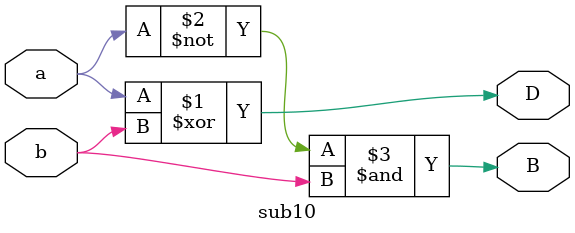
<source format=v>
module sub10 (input a, b, output D, B);
    assign D = a ^ b;
    assign B = ~a & b;
endmodule
</source>
